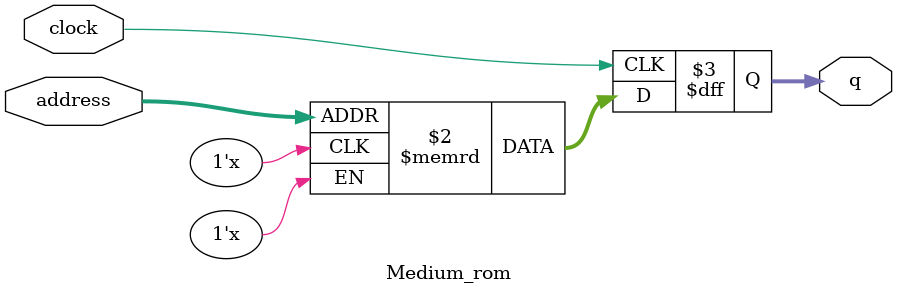
<source format=sv>
module Medium_rom (
	input logic clock,
	input logic [18:0] address,
	output logic [2:0] q
);

logic [2:0] memory [0:307199] /* synthesis ram_init_file = "./Medium/Medium.mif" */;

always_ff @ (posedge clock) begin
	q <= memory[address];
end

endmodule

</source>
